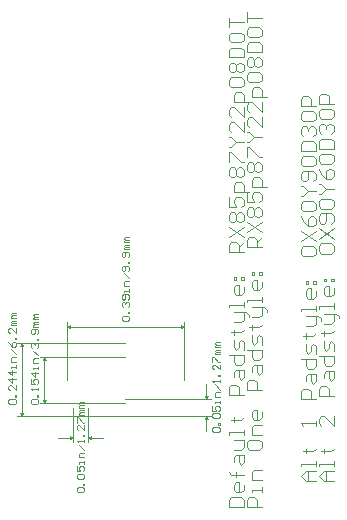
<source format=gbr>
%FSTAX23Y23*%
%MOIN*%
%SFA1B1*%

%IPPOS*%
%ADD48C,0.003000*%
%ADD60C,0.001000*%
%LNmain_mechanical_7-1*%
%LPD*%
G54D48*
X03873Y00341D02*
X03839D01*
X03823Y00358*
X03839Y00374*
X03873*
X03848*
Y00341*
X03873Y00391D02*
Y00408D01*
Y00399*
X03823*
Y00391*
X03831Y00441D02*
X03839D01*
Y00433*
Y00449*
Y00441*
X03864*
X03873Y00449*
Y00524D02*
Y00541D01*
Y00533*
X03823*
X03831Y00524*
X03873Y00616D02*
X03823D01*
Y00641*
X03831Y00649*
X03848*
X03856Y00641*
Y00616*
X03839Y00674D02*
Y00691D01*
X03848Y00699*
X03873*
Y00674*
X03864Y00666*
X03856Y00674*
Y00699*
X03823Y00749D02*
X03873D01*
Y00724*
X03864Y00716*
X03848*
X03839Y00724*
Y00749*
X03873Y00766D02*
Y00791D01*
X03864Y00799*
X03856Y00791*
Y00774*
X03848Y00766*
X03839Y00774*
Y00799*
X03831Y00824D02*
X03839D01*
Y00816*
Y00833*
Y00824*
X03864*
X03873Y00833*
X03839Y00858D02*
X03864D01*
X03873Y00866*
Y00891*
X03881*
X03889Y00883*
Y00874*
X03873Y00891D02*
X03839D01*
X03873Y00908D02*
Y00924D01*
Y00916*
X03823*
Y00908*
X03873Y00974D02*
Y00958D01*
X03864Y00949*
X03848*
X03839Y00958*
Y00974*
X03848Y00983*
X03856*
Y00949*
X03839Y00999D02*
Y01008D01*
X03848*
Y00999*
X03839*
X03864D02*
Y01008D01*
X03873*
Y00999*
X03864*
X03823Y01116D02*
Y01099D01*
X03831Y01091*
X03864*
X03873Y01099*
Y01116*
X03864Y01124*
X03831*
X03823Y01116*
Y01141D02*
X03873Y01174D01*
X03823D02*
X03873Y01141D01*
X03823Y01224D02*
X03831Y01208D01*
X03848Y01191*
X03864*
X03873Y01199*
Y01216*
X03864Y01224*
X03856*
X03848Y01216*
Y01191*
X03831Y01241D02*
X03823Y01249D01*
Y01266*
X03831Y01274*
X03864*
X03873Y01266*
Y01249*
X03864Y01241*
X03831*
X03823Y01291D02*
X03831D01*
X03848Y01307*
X03831Y01324*
X03823*
X03848Y01307D02*
X03873D01*
X03864Y01341D02*
X03873Y01349D01*
Y01366*
X03864Y01374*
X03831*
X03823Y01366*
Y01349*
X03831Y01341*
X03839*
X03848Y01349*
Y01374*
X03831Y01391D02*
X03823Y01399D01*
Y01416*
X03831Y01424*
X03864*
X03873Y01416*
Y01399*
X03864Y01391*
X03831*
X03823Y01441D02*
X03873D01*
Y01466*
X03864Y01474*
X03831*
X03823Y01466*
Y01441*
X03831Y01491D02*
X03823Y01499D01*
Y01516*
X03831Y01524*
X03839*
X03848Y01516*
Y01507*
Y01516*
X03856Y01524*
X03864*
X03873Y01516*
Y01499*
X03864Y01491*
X03831Y01541D02*
X03823Y01549D01*
Y01566*
X03831Y01574*
X03864*
X03873Y01566*
Y01549*
X03864Y01541*
X03831*
X03873Y01591D02*
X03823D01*
Y01616*
X03831Y01624*
X03848*
X03856Y01616*
Y01591*
X03933Y00341D02*
X03899D01*
X03883Y00358*
X03899Y00374*
X03933*
X03908*
Y00341*
X03933Y00391D02*
Y00408D01*
Y00399*
X03883*
Y00391*
X03891Y00441D02*
X03899D01*
Y00433*
Y00449*
Y00441*
X03924*
X03933Y00449*
Y00558D02*
Y00524D01*
X03899Y00558*
X03891*
X03883Y00549*
Y00533*
X03891Y00524*
X03933Y00624D02*
X03883D01*
Y00649*
X03891Y00658*
X03908*
X03916Y00649*
Y00624*
X03899Y00683D02*
Y00699D01*
X03908Y00708*
X03933*
Y00683*
X03924Y00674*
X03916Y00683*
Y00708*
X03883Y00758D02*
X03933D01*
Y00733*
X03924Y00724*
X03908*
X03899Y00733*
Y00758*
X03933Y00774D02*
Y00799D01*
X03924Y00808*
X03916Y00799*
Y00783*
X03908Y00774*
X03899Y00783*
Y00808*
X03891Y00833D02*
X03899D01*
Y00824*
Y00841*
Y00833*
X03924*
X03933Y00841*
X03899Y00866D02*
X03924D01*
X03933Y00874*
Y00899*
X03941*
X03949Y00891*
Y00883*
X03933Y00899D02*
X03899D01*
X03933Y00916D02*
Y00933D01*
Y00924*
X03883*
Y00916*
X03933Y00983D02*
Y00966D01*
X03924Y00958*
X03908*
X03899Y00966*
Y00983*
X03908Y00991*
X03916*
Y00958*
X03899Y01008D02*
Y01016D01*
X03908*
Y01008*
X03899*
X03924D02*
Y01016D01*
X03933*
Y01008*
X03924*
X03883Y01124D02*
Y01108D01*
X03891Y01099*
X03924*
X03933Y01108*
Y01124*
X03924Y01133*
X03891*
X03883Y01124*
Y01149D02*
X03933Y01183D01*
X03883D02*
X03933Y01149D01*
X03924Y01199D02*
X03933Y01208D01*
Y01224*
X03924Y01233*
X03891*
X03883Y01224*
Y01208*
X03891Y01199*
X03899*
X03908Y01208*
Y01233*
X03891Y01249D02*
X03883Y01258D01*
Y01274*
X03891Y01282*
X03924*
X03933Y01274*
Y01258*
X03924Y01249*
X03891*
X03883Y01299D02*
X03891D01*
X03908Y01316*
X03891Y01332*
X03883*
X03908Y01316D02*
X03933D01*
X03883Y01382D02*
X03891Y01366D01*
X03908Y01349*
X03924*
X03933Y01357*
Y01374*
X03924Y01382*
X03916*
X03908Y01374*
Y01349*
X03891Y01399D02*
X03883Y01407D01*
Y01424*
X03891Y01432*
X03924*
X03933Y01424*
Y01407*
X03924Y01399*
X03891*
X03883Y01449D02*
X03933D01*
Y01474*
X03924Y01482*
X03891*
X03883Y01474*
Y01449*
X03891Y01499D02*
X03883Y01507D01*
Y01524*
X03891Y01532*
X03899*
X03908Y01524*
Y01516*
Y01524*
X03916Y01532*
X03924*
X03933Y01524*
Y01507*
X03924Y01499*
X03891Y01549D02*
X03883Y01557D01*
Y01574*
X03891Y01582*
X03924*
X03933Y01574*
Y01557*
X03924Y01549*
X03891*
X03933Y01599D02*
X03883D01*
Y01624*
X03891Y01632*
X03908*
X03916Y01624*
Y01599*
X03693Y00254D02*
X03643D01*
Y00279*
X03651Y00287*
X03668*
X03676Y00279*
Y00254*
X03693Y00304D02*
Y0032D01*
Y00312*
X03659*
Y00304*
X03693Y00345D02*
X03659D01*
Y0037*
X03668Y00379*
X03693*
X03643Y0047D02*
Y00454D01*
X03651Y00445*
X03684*
X03693Y00454*
Y0047*
X03684Y00479*
X03651*
X03643Y0047*
X03693Y00495D02*
X03659D01*
Y0052*
X03668Y00529*
X03693*
Y0057D02*
Y00554D01*
X03684Y00545*
X03668*
X03659Y00554*
Y0057*
X03668Y00579*
X03676*
Y00545*
X03693Y00645D02*
X03643D01*
Y0067*
X03651Y00678*
X03668*
X03676Y0067*
Y00645*
X03659Y00703D02*
Y0072D01*
X03668Y00728*
X03693*
Y00703*
X03684Y00695*
X03676Y00703*
Y00728*
X03643Y00778D02*
X03693D01*
Y00753*
X03684Y00745*
X03668*
X03659Y00753*
Y00778*
X03693Y00795D02*
Y0082D01*
X03684Y00828*
X03676Y0082*
Y00803*
X03668Y00795*
X03659Y00803*
Y00828*
X03651Y00853D02*
X03659D01*
Y00845*
Y00862*
Y00853*
X03684*
X03693Y00862*
X03659Y00887D02*
X03684D01*
X03693Y00895*
Y0092*
X03701*
X03709Y00912*
Y00903*
X03693Y0092D02*
X03659D01*
X03693Y00937D02*
Y00953D01*
Y00945*
X03643*
Y00937*
X03693Y01003D02*
Y00987D01*
X03684Y00978*
X03668*
X03659Y00987*
Y01003*
X03668Y01012*
X03676*
Y00978*
X03659Y01028D02*
Y01037D01*
X03668*
Y01028*
X03659*
X03684D02*
Y01037D01*
X03693*
Y01028*
X03684*
X03693Y0112D02*
X03643D01*
Y01145*
X03651Y01153*
X03668*
X03676Y01145*
Y0112*
Y01137D02*
X03693Y01153D01*
X03643Y0117D02*
X03693Y01203D01*
X03643D02*
X03693Y0117D01*
X03651Y0122D02*
X03643Y01228D01*
Y01245*
X03651Y01253*
X03659*
X03668Y01245*
X03676Y01253*
X03684*
X03693Y01245*
Y01228*
X03684Y0122*
X03676*
X03668Y01228*
X03659Y0122*
X03651*
X03668Y01228D02*
Y01245D01*
X03643Y01303D02*
Y0127D01*
X03668*
X03659Y01287*
Y01295*
X03668Y01303*
X03684*
X03693Y01295*
Y01278*
X03684Y0127*
X03709Y0132D02*
X03659D01*
Y01345*
X03668Y01353*
X03684*
X03693Y01345*
Y0132*
X03651Y0137D02*
X03643Y01378D01*
Y01395*
X03651Y01403*
X03659*
X03668Y01395*
X03676Y01403*
X03684*
X03693Y01395*
Y01378*
X03684Y0137*
X03676*
X03668Y01378*
X03659Y0137*
X03651*
X03668Y01378D02*
Y01395D01*
X03643Y0142D02*
Y01453D01*
X03651*
X03684Y0142*
X03693*
X03643Y0147D02*
X03651D01*
X03668Y01487*
X03651Y01503*
X03643*
X03668Y01487D02*
X03693D01*
Y01553D02*
Y0152D01*
X03659Y01553*
X03651*
X03643Y01545*
Y01528*
X03651Y0152*
X03693Y01603D02*
Y0157D01*
X03659Y01603*
X03651*
X03643Y01595*
Y01578*
X03651Y0157*
X03709Y0162D02*
X03659D01*
Y01645*
X03668Y01653*
X03684*
X03693Y01645*
Y0162*
X03651Y0167D02*
X03643Y01678D01*
Y01695*
X03651Y01703*
X03684*
X03693Y01695*
Y01678*
X03684Y0167*
X03651*
Y0172D02*
X03643Y01728D01*
Y01745*
X03651Y01753*
X03659*
X03668Y01745*
X03676Y01753*
X03684*
X03693Y01745*
Y01728*
X03684Y0172*
X03676*
X03668Y01728*
X03659Y0172*
X03651*
X03668Y01728D02*
Y01745D01*
X03643Y0177D02*
X03693D01*
Y01795*
X03684Y01803*
X03651*
X03643Y01795*
Y0177*
X03651Y0182D02*
X03643Y01828D01*
Y01845*
X03651Y01853*
X03684*
X03693Y01845*
Y01828*
X03684Y0182*
X03651*
X03643Y0187D02*
Y01903D01*
Y01886*
X03693*
X03583Y00254D02*
X03633D01*
Y00279*
X03624Y00287*
X03591*
X03583Y00279*
Y00254*
X03633Y00329D02*
Y00312D01*
X03624Y00304*
X03608*
X03599Y00312*
Y00329*
X03608Y00337*
X03616*
Y00304*
X03633Y00362D02*
X03591D01*
X03608*
Y00354*
Y0037*
Y00362*
X03591*
X03583Y0037*
X03599Y00404D02*
Y0042D01*
X03608Y00429*
X03633*
Y00404*
X03624Y00395*
X03616Y00404*
Y00429*
X03599Y00445D02*
X03624D01*
X03633Y00454*
Y00479*
X03599*
X03633Y00495D02*
Y00512D01*
Y00504*
X03583*
Y00495*
X03591Y00545D02*
X03599D01*
Y00537*
Y00554*
Y00545*
X03624*
X03633Y00554*
Y00629D02*
X03583D01*
Y00654*
X03591Y00662*
X03608*
X03616Y00654*
Y00629*
X03599Y00687D02*
Y00703D01*
X03608Y00712*
X03633*
Y00687*
X03624Y00678*
X03616Y00687*
Y00712*
X03583Y00762D02*
X03633D01*
Y00737*
X03624Y00728*
X03608*
X03599Y00737*
Y00762*
X03633Y00778D02*
Y00803D01*
X03624Y00812*
X03616Y00803*
Y00787*
X03608Y00778*
X03599Y00787*
Y00812*
X03591Y00837D02*
X03599D01*
Y00828*
Y00845*
Y00837*
X03624*
X03633Y00845*
X03599Y0087D02*
X03624D01*
X03633Y00878*
Y00903*
X03641*
X03649Y00895*
Y00887*
X03633Y00903D02*
X03599D01*
X03633Y0092D02*
Y00937D01*
Y00928*
X03583*
Y0092*
X03633Y00987D02*
Y0097D01*
X03624Y00962*
X03608*
X03599Y0097*
Y00987*
X03608Y00995*
X03616*
Y00962*
X03599Y01012D02*
Y0102D01*
X03608*
Y01012*
X03599*
X03624D02*
Y0102D01*
X03633*
Y01012*
X03624*
X03633Y01103D02*
X03583D01*
Y01128*
X03591Y01137*
X03608*
X03616Y01128*
Y01103*
Y0112D02*
X03633Y01137D01*
X03583Y01153D02*
X03633Y01187D01*
X03583D02*
X03633Y01153D01*
X03591Y01203D02*
X03583Y01212D01*
Y01228*
X03591Y01237*
X03599*
X03608Y01228*
X03616Y01237*
X03624*
X03633Y01228*
Y01212*
X03624Y01203*
X03616*
X03608Y01212*
X03599Y01203*
X03591*
X03608Y01212D02*
Y01228D01*
X03583Y01287D02*
Y01253D01*
X03608*
X03599Y0127*
Y01278*
X03608Y01287*
X03624*
X03633Y01278*
Y01262*
X03624Y01253*
X03649Y01303D02*
X03599D01*
Y01328*
X03608Y01337*
X03624*
X03633Y01328*
Y01303*
X03591Y01353D02*
X03583Y01362D01*
Y01378*
X03591Y01387*
X03599*
X03608Y01378*
X03616Y01387*
X03624*
X03633Y01378*
Y01362*
X03624Y01353*
X03616*
X03608Y01362*
X03599Y01353*
X03591*
X03608Y01362D02*
Y01378D01*
X03583Y01403D02*
Y01437D01*
X03591*
X03624Y01403*
X03633*
X03583Y01453D02*
X03591D01*
X03608Y0147*
X03591Y01487*
X03583*
X03608Y0147D02*
X03633D01*
Y01537D02*
Y01503D01*
X03599Y01537*
X03591*
X03583Y01528*
Y01512*
X03591Y01503*
X03633Y01587D02*
Y01553D01*
X03599Y01587*
X03591*
X03583Y01578*
Y01562*
X03591Y01553*
X03649Y01603D02*
X03599D01*
Y01628*
X03608Y01637*
X03624*
X03633Y01628*
Y01603*
X03591Y01653D02*
X03583Y01662D01*
Y01678*
X03591Y01687*
X03624*
X03633Y01678*
Y01662*
X03624Y01653*
X03591*
Y01703D02*
X03583Y01711D01*
Y01728*
X03591Y01736*
X03599*
X03608Y01728*
X03616Y01736*
X03624*
X03633Y01728*
Y01711*
X03624Y01703*
X03616*
X03608Y01711*
X03599Y01703*
X03591*
X03608Y01711D02*
Y01728D01*
X03583Y01753D02*
X03633D01*
Y01778*
X03624Y01786*
X03591*
X03583Y01778*
Y01753*
X03591Y01803D02*
X03583Y01811D01*
Y01828*
X03591Y01836*
X03624*
X03633Y01828*
Y01811*
X03624Y01803*
X03591*
X03583Y01853D02*
Y01886D01*
Y0187*
X03633*
G54D60*
X02953Y00602D02*
X03238D01*
X02953Y00755D02*
X03238D01*
X02968Y00602D02*
Y00755D01*
X02963Y00612D02*
X02968Y00602D01*
X02973Y00612*
X02963Y00612D02*
X02973Y00612D01*
X02963Y00745D02*
X02968Y00755D01*
X02973Y00745*
X02963D02*
X02973D01*
X02878Y00557D02*
X03238D01*
X02878Y00801D02*
X03238D01*
X02893Y00557D02*
Y00801D01*
X02888Y00567D02*
X02893Y00557D01*
X02898Y00567*
X02888D02*
X02898D01*
X02888Y00791D02*
X02893Y00801D01*
X02898Y00791*
X02888D02*
X02898D01*
X03043Y00679D02*
Y0087D01*
X03433Y00679D02*
Y0087D01*
X03043Y00855D02*
X03433D01*
X03043D02*
X03053Y0085D01*
X03043Y00855D02*
X03053Y0086D01*
Y0085D02*
Y0086D01*
X03423Y0085D02*
X03433Y00855D01*
X03423Y0086D02*
X03433Y00855D01*
X03423Y0086D02*
Y0085D01*
X03063Y00471D02*
Y00586D01*
X03113Y00471D02*
Y00586D01*
X03013Y00486D02*
X03063D01*
X03113D02*
X03163D01*
X03053Y00481D02*
X03063Y00486D01*
X03053Y00491D02*
X03063Y00486D01*
X03053Y00491D02*
Y00481D01*
X03113Y00486D02*
X03123Y00481D01*
X03113Y00486D02*
X03123Y00491D01*
Y00481D02*
Y00491D01*
X03238Y00557D02*
X03523D01*
X03238Y00614D02*
X03523D01*
X03508Y00507D02*
Y00557D01*
Y00614D02*
Y00664D01*
X03503Y00547D02*
X03508Y00557D01*
X03513Y00547*
X03503D02*
X03513D01*
X03503Y00624D02*
X03508Y00614D01*
X03513Y00624*
X03503D02*
X03513D01*
X02927Y00597D02*
X02923Y00602D01*
Y0061*
X02927Y00614*
X02944*
X02948Y0061*
Y00602*
X02944Y00597*
X02927*
X02948Y00622D02*
X02944D01*
Y00627*
X02948*
Y00622*
Y00643D02*
Y00652D01*
Y00647*
X02923*
X02927Y00643*
X02923Y00681D02*
Y00664D01*
X02935*
X02931Y00672*
Y00677*
X02935Y00681*
X02944*
X02948Y00677*
Y00668*
X02944Y00664*
X02948Y00702D02*
X02923D01*
X02935Y00689*
Y00706*
X02948Y00714D02*
Y00722D01*
Y00718*
X02931*
Y00714*
X02948Y00735D02*
X02931D01*
Y00747*
X02935Y00752*
X02948*
Y0076D02*
X02931Y00776D01*
X02927Y00785D02*
X02923Y00789D01*
Y00797*
X02927Y00801*
X02931*
X02935Y00797*
Y00793*
Y00797*
X02939Y00801*
X02944*
X02948Y00797*
Y00789*
X02944Y00785*
X02948Y0081D02*
X02944D01*
Y00814*
X02948*
Y0081*
X02944Y00831D02*
X02948Y00835D01*
Y00843*
X02944Y00847*
X02927*
X02923Y00843*
Y00835*
X02927Y00831*
X02931*
X02935Y00835*
Y00847*
X02948Y00856D02*
X02931D01*
Y0086*
X02935Y00864*
X02948*
X02935*
X02931Y00868*
X02935Y00872*
X02948*
Y00881D02*
X02931D01*
Y00885*
X02935Y00889*
X02948*
X02935*
X02931Y00893*
X02935Y00897*
X02948*
X02852Y00597D02*
X02848Y00602D01*
Y0061*
X02852Y00614*
X02869*
X02873Y0061*
Y00602*
X02869Y00597*
X02852*
X02873Y00622D02*
X02869D01*
Y00627*
X02873*
Y00622*
Y0066D02*
Y00643D01*
X02856Y0066*
X02852*
X02848Y00656*
Y00647*
X02852Y00643*
X02873Y00681D02*
X02848D01*
X0286Y00668*
Y00685*
X02873Y00706D02*
X02848D01*
X0286Y00693*
Y0071*
X02873Y00718D02*
Y00727D01*
Y00722*
X02856*
Y00718*
X02873Y00739D02*
X02856D01*
Y00752*
X0286Y00756*
X02873*
Y00764D02*
X02856Y00781D01*
X02848Y00806D02*
X02852Y00797D01*
X0286Y00789*
X02869*
X02873Y00793*
Y00801*
X02869Y00806*
X02864*
X0286Y00801*
Y00789*
X02873Y00814D02*
X02869D01*
Y00818*
X02873*
Y00814*
Y00851D02*
Y00835D01*
X02856Y00851*
X02852*
X02848Y00847*
Y00839*
X02852Y00835*
X02873Y0086D02*
X02856D01*
Y00864*
X0286Y00868*
X02873*
X0286*
X02856Y00872*
X0286Y00876*
X02873*
Y00885D02*
X02856D01*
Y00889*
X0286Y00893*
X02873*
X0286*
X02856Y00897*
X0286Y00901*
X02873*
X03229Y00875D02*
X03225Y0088D01*
Y00888*
X03229Y00892*
X03246*
X0325Y00888*
Y0088*
X03246Y00875*
X03229*
X0325Y009D02*
X03246D01*
Y00905*
X0325*
Y009*
X03229Y00921D02*
X03225Y00925D01*
Y00934*
X03229Y00938*
X03234*
X03238Y00934*
Y0093*
Y00934*
X03242Y00938*
X03246*
X0325Y00934*
Y00925*
X03246Y00921*
Y00946D02*
X0325Y0095D01*
Y00959*
X03246Y00963*
X03229*
X03225Y00959*
Y0095*
X03229Y00946*
X03234*
X03238Y0095*
Y00963*
X0325Y00971D02*
Y0098D01*
Y00975*
X03234*
Y00971*
X0325Y00992D02*
X03234D01*
Y01005*
X03238Y01009*
X0325*
Y01017D02*
X03234Y01034D01*
X03246Y01042D02*
X0325Y01046D01*
Y01055*
X03246Y01059*
X03229*
X03225Y01055*
Y01046*
X03229Y01042*
X03234*
X03238Y01046*
Y01059*
X0325Y01067D02*
X03246D01*
Y01071*
X0325*
Y01067*
X03246Y01088D02*
X0325Y01092D01*
Y011*
X03246Y01104*
X03229*
X03225Y011*
Y01092*
X03229Y01088*
X03234*
X03238Y01092*
Y01104*
X0325Y01113D02*
X03234D01*
Y01117*
X03238Y01121*
X0325*
X03238*
X03234Y01125*
X03238Y01129*
X0325*
Y01138D02*
X03234D01*
Y01142*
X03238Y01146*
X0325*
X03238*
X03234Y0115*
X03238Y01154*
X0325*
X03079Y00303D02*
X03075Y00307D01*
Y00316*
X03079Y0032*
X03096*
X031Y00316*
Y00307*
X03096Y00303*
X03079*
X031Y00328D02*
X03096D01*
Y00332*
X031*
Y00328*
X03079Y00349D02*
X03075Y00353D01*
Y00361*
X03079Y00366*
X03096*
X031Y00361*
Y00353*
X03096Y00349*
X03079*
X03075Y0039D02*
Y00374D01*
X03088*
X03084Y00382*
Y00386*
X03088Y0039*
X03096*
X031Y00386*
Y00378*
X03096Y00374*
X031Y00399D02*
Y00407D01*
Y00403*
X03084*
Y00399*
X031Y0042D02*
X03084D01*
Y00432*
X03088Y00436*
X031*
Y00445D02*
X03084Y00461D01*
X031Y0047D02*
Y00478D01*
Y00474*
X03075*
X03079Y0047*
X031Y0049D02*
X03096D01*
Y00495*
X031*
Y0049*
Y00528D02*
Y00511D01*
X03084Y00528*
X03079*
X03075Y00524*
Y00515*
X03079Y00511*
X03075Y00536D02*
Y00553D01*
X03079*
X03096Y00536*
X031*
Y00561D02*
X03084D01*
Y00565*
X03088Y0057*
X031*
X03088*
X03084Y00574*
X03088Y00578*
X031*
Y00586D02*
X03084D01*
Y0059*
X03088Y00595*
X031*
X03088*
X03084Y00599*
X03088Y00603*
X031*
X03532Y00504D02*
X03528Y00508D01*
Y00517*
X03532Y00521*
X03548*
X03553Y00517*
Y00508*
X03548Y00504*
X03532*
X03553Y00529D02*
X03548D01*
Y00533*
X03553*
Y00529*
X03532Y0055D02*
X03528Y00554D01*
Y00563*
X03532Y00567*
X03548*
X03553Y00563*
Y00554*
X03548Y0055*
X03532*
X03528Y00592D02*
Y00575D01*
X0354*
X03536Y00583*
Y00588*
X0354Y00592*
X03548*
X03553Y00588*
Y00579*
X03548Y00575*
X03553Y006D02*
Y00608D01*
Y00604*
X03536*
Y006*
X03553Y00621D02*
X03536D01*
Y00633*
X0354Y00638*
X03553*
Y00646D02*
X03536Y00663D01*
X03553Y00671D02*
Y00679D01*
Y00675*
X03528*
X03532Y00671*
X03553Y00692D02*
X03548D01*
Y00696*
X03553*
Y00692*
Y00729D02*
Y00713D01*
X03536Y00729*
X03532*
X03528Y00725*
Y00717*
X03532Y00713*
X03528Y00738D02*
Y00754D01*
X03532*
X03548Y00738*
X03553*
Y00763D02*
X03536D01*
Y00767*
X0354Y00771*
X03553*
X0354*
X03536Y00775*
X0354Y00779*
X03553*
Y00788D02*
X03536D01*
Y00792*
X0354Y00796*
X03553*
X0354*
X03536Y008*
X0354Y00804*
X03553*
M02*
</source>
